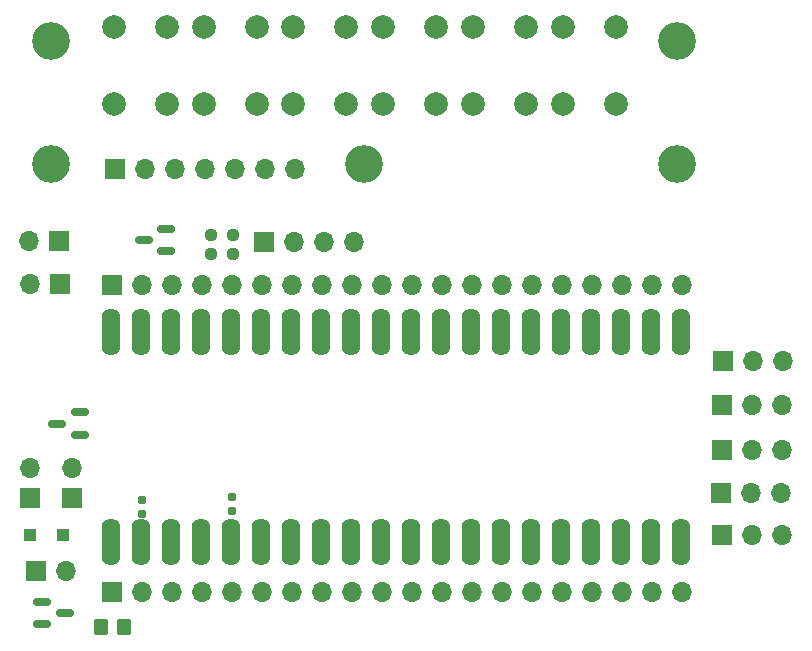
<source format=gbr>
%TF.GenerationSoftware,KiCad,Pcbnew,8.0.2*%
%TF.CreationDate,2024-06-06T20:57:22+03:00*%
%TF.ProjectId,FARA_KEYBOARD,46415241-5f4b-4455-9942-4f4152442e6b,rev?*%
%TF.SameCoordinates,Original*%
%TF.FileFunction,Soldermask,Bot*%
%TF.FilePolarity,Negative*%
%FSLAX46Y46*%
G04 Gerber Fmt 4.6, Leading zero omitted, Abs format (unit mm)*
G04 Created by KiCad (PCBNEW 8.0.2) date 2024-06-06 20:57:22*
%MOMM*%
%LPD*%
G01*
G04 APERTURE LIST*
G04 Aperture macros list*
%AMRoundRect*
0 Rectangle with rounded corners*
0 $1 Rounding radius*
0 $2 $3 $4 $5 $6 $7 $8 $9 X,Y pos of 4 corners*
0 Add a 4 corners polygon primitive as box body*
4,1,4,$2,$3,$4,$5,$6,$7,$8,$9,$2,$3,0*
0 Add four circle primitives for the rounded corners*
1,1,$1+$1,$2,$3*
1,1,$1+$1,$4,$5*
1,1,$1+$1,$6,$7*
1,1,$1+$1,$8,$9*
0 Add four rect primitives between the rounded corners*
20,1,$1+$1,$2,$3,$4,$5,0*
20,1,$1+$1,$4,$5,$6,$7,0*
20,1,$1+$1,$6,$7,$8,$9,0*
20,1,$1+$1,$8,$9,$2,$3,0*%
G04 Aperture macros list end*
%ADD10C,2.000000*%
%ADD11C,3.200000*%
%ADD12R,1.700000X1.700000*%
%ADD13O,1.700000X1.700000*%
%ADD14O,1.600000X4.000000*%
%ADD15RoundRect,0.150000X0.587500X0.150000X-0.587500X0.150000X-0.587500X-0.150000X0.587500X-0.150000X0*%
%ADD16RoundRect,0.250000X-0.300000X-0.300000X0.300000X-0.300000X0.300000X0.300000X-0.300000X0.300000X0*%
%ADD17RoundRect,0.160000X-0.160000X0.197500X-0.160000X-0.197500X0.160000X-0.197500X0.160000X0.197500X0*%
%ADD18RoundRect,0.237500X-0.250000X-0.237500X0.250000X-0.237500X0.250000X0.237500X-0.250000X0.237500X0*%
%ADD19RoundRect,0.150000X-0.587500X-0.150000X0.587500X-0.150000X0.587500X0.150000X-0.587500X0.150000X0*%
%ADD20RoundRect,0.250000X0.350000X0.450000X-0.350000X0.450000X-0.350000X-0.450000X0.350000X-0.450000X0*%
G04 APERTURE END LIST*
D10*
%TO.C,SW4*%
X80300000Y-88900000D03*
X80300000Y-82400000D03*
X84800000Y-88900000D03*
X84800000Y-82400000D03*
%TD*%
%TO.C,SW1*%
X57500000Y-88900000D03*
X57500000Y-82400000D03*
X62000000Y-88900000D03*
X62000000Y-82400000D03*
%TD*%
%TO.C,SW5*%
X87900000Y-88900000D03*
X87900000Y-82400000D03*
X92400000Y-88900000D03*
X92400000Y-82400000D03*
%TD*%
D11*
%TO.C,REF\u002A\u002A*%
X105200000Y-94000000D03*
%TD*%
%TO.C,REF\u002A\u002A*%
X105200000Y-83600000D03*
%TD*%
D12*
%TO.C,J1*%
X57600000Y-94400000D03*
D13*
X60140000Y-94400000D03*
X62680000Y-94400000D03*
X65220000Y-94400000D03*
X67760000Y-94400000D03*
X70300000Y-94400000D03*
X72840000Y-94400000D03*
%TD*%
D11*
%TO.C,REF\u002A\u002A*%
X52200000Y-94000000D03*
%TD*%
D10*
%TO.C,SW6*%
X95500000Y-88900000D03*
X95500000Y-82400000D03*
X100000000Y-88900000D03*
X100000000Y-82400000D03*
%TD*%
D11*
%TO.C,REF\u002A\u002A*%
X52200000Y-83600000D03*
%TD*%
D10*
%TO.C,SW3*%
X72700000Y-88900000D03*
X72700000Y-82400000D03*
X77200000Y-88900000D03*
X77200000Y-82400000D03*
%TD*%
%TO.C,SW2*%
X65100000Y-88900000D03*
X65100000Y-82400000D03*
X69600000Y-88900000D03*
X69600000Y-82400000D03*
%TD*%
D11*
%TO.C,REF\u002A\u002A*%
X78700000Y-94000000D03*
%TD*%
D14*
%TO.C,U1*%
X57280000Y-108200000D03*
X59820000Y-108200000D03*
X62360000Y-108200000D03*
X64900000Y-108200000D03*
X67440000Y-108200000D03*
X69980000Y-108200000D03*
X72520000Y-108200000D03*
X75060000Y-108200000D03*
X77600000Y-108200000D03*
X80140000Y-108200000D03*
X82680000Y-108200000D03*
X85220000Y-108200000D03*
X87760000Y-108200000D03*
X90300000Y-108200000D03*
X92840000Y-108200000D03*
X95380000Y-108200000D03*
X97920000Y-108200000D03*
X100460000Y-108200000D03*
X103000000Y-108200000D03*
X105540000Y-108200000D03*
X105540000Y-125980000D03*
X103000000Y-125980000D03*
X100460000Y-125980000D03*
X97920000Y-125980000D03*
X95380000Y-125980000D03*
X92840000Y-125980000D03*
X90300000Y-125980000D03*
X87760000Y-125980000D03*
X85220000Y-125980000D03*
X82680000Y-125980000D03*
X80140000Y-125980000D03*
X77600000Y-125980000D03*
X75060000Y-125980000D03*
X72520000Y-125980000D03*
X69980000Y-125980000D03*
X67440000Y-125980000D03*
X64900000Y-125980000D03*
X62360000Y-125980000D03*
X59820000Y-125980000D03*
X57280000Y-125980000D03*
%TD*%
D15*
%TO.C,Q2*%
X54600000Y-115020000D03*
X54600000Y-116920000D03*
X52725000Y-115970000D03*
%TD*%
D16*
%TO.C,D1*%
X50400000Y-125400000D03*
X53200000Y-125400000D03*
%TD*%
D12*
%TO.C,J11*%
X50400000Y-122270000D03*
D13*
X50400000Y-119730000D03*
%TD*%
D17*
%TO.C,R4*%
X59880000Y-122402500D03*
X59880000Y-123597500D03*
%TD*%
D12*
%TO.C,J12*%
X54000000Y-122270000D03*
D13*
X54000000Y-119730000D03*
%TD*%
D12*
%TO.C,J9*%
X109075000Y-110645000D03*
D13*
X111615000Y-110645000D03*
X114155000Y-110645000D03*
%TD*%
D12*
%TO.C,J13*%
X52892500Y-100507500D03*
D13*
X50352500Y-100507500D03*
%TD*%
D12*
%TO.C,J3*%
X57320000Y-104200000D03*
D13*
X59860000Y-104200000D03*
X62400000Y-104200000D03*
X64940000Y-104200000D03*
X67480000Y-104200000D03*
X70020000Y-104200000D03*
X72560000Y-104200000D03*
X75100000Y-104200000D03*
X77640000Y-104200000D03*
X80180000Y-104200000D03*
X82720000Y-104200000D03*
X85260000Y-104200000D03*
X87800000Y-104200000D03*
X90340000Y-104200000D03*
X92880000Y-104200000D03*
X95420000Y-104200000D03*
X97960000Y-104200000D03*
X100500000Y-104200000D03*
X103040000Y-104200000D03*
X105580000Y-104200000D03*
%TD*%
D12*
%TO.C,J2*%
X57340000Y-130200000D03*
D13*
X59880000Y-130200000D03*
X62420000Y-130200000D03*
X64960000Y-130200000D03*
X67500000Y-130200000D03*
X70040000Y-130200000D03*
X72580000Y-130200000D03*
X75120000Y-130200000D03*
X77660000Y-130200000D03*
X80200000Y-130200000D03*
X82740000Y-130200000D03*
X85280000Y-130200000D03*
X87820000Y-130200000D03*
X90360000Y-130200000D03*
X92900000Y-130200000D03*
X95440000Y-130200000D03*
X97980000Y-130200000D03*
X100520000Y-130200000D03*
X103060000Y-130200000D03*
X105600000Y-130200000D03*
%TD*%
D18*
%TO.C,R1*%
X65767500Y-101600000D03*
X67592500Y-101600000D03*
%TD*%
D12*
%TO.C,J4*%
X70200000Y-100600000D03*
D13*
X72740000Y-100600000D03*
X75280000Y-100600000D03*
X77820000Y-100600000D03*
%TD*%
D18*
%TO.C,R2*%
X65767500Y-100000000D03*
X67592500Y-100000000D03*
%TD*%
D12*
%TO.C,J6*%
X108875000Y-121845000D03*
D13*
X111415000Y-121845000D03*
X113955000Y-121845000D03*
%TD*%
D12*
%TO.C,J7*%
X109000000Y-118220000D03*
D13*
X111540000Y-118220000D03*
X114080000Y-118220000D03*
%TD*%
D12*
%TO.C,J10*%
X52912500Y-104107500D03*
D13*
X50372500Y-104107500D03*
%TD*%
D12*
%TO.C,J5*%
X109000000Y-125420000D03*
D13*
X111540000Y-125420000D03*
X114080000Y-125420000D03*
%TD*%
D19*
%TO.C,Q3*%
X51462500Y-132950000D03*
X51462500Y-131050000D03*
X53337500Y-132000000D03*
%TD*%
D12*
%TO.C,J8*%
X109000000Y-114420000D03*
D13*
X111540000Y-114420000D03*
X114080000Y-114420000D03*
%TD*%
D15*
%TO.C,Q1*%
X61937500Y-99470000D03*
X61937500Y-101370000D03*
X60062500Y-100420000D03*
%TD*%
D20*
%TO.C,R7*%
X58400000Y-133200000D03*
X56400000Y-133200000D03*
%TD*%
D17*
%TO.C,R3*%
X67480000Y-122202500D03*
X67480000Y-123397500D03*
%TD*%
D12*
%TO.C,BZ1*%
X50925000Y-128400000D03*
D13*
X53465000Y-128400000D03*
%TD*%
M02*

</source>
